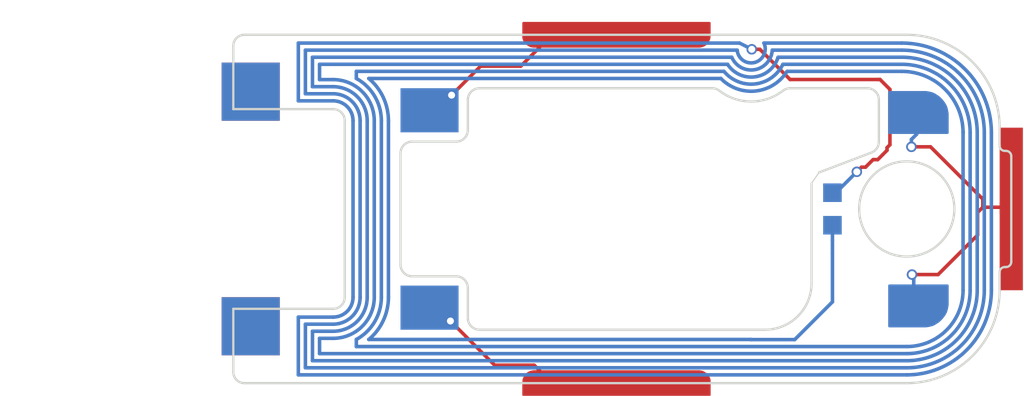
<source format=kicad_pcb>
(kicad_pcb (version 20171130) (host pcbnew "(5.1.5-0-10_14)")

  (general
    (thickness 1.6)
    (drawings 173)
    (tracks 50)
    (zones 0)
    (modules 3)
    (nets 6)
  )

  (page A4)
  (layers
    (0 F.Cu signal)
    (1 In1.Cu signal)
    (2 In2.Cu signal)
    (31 B.Cu signal)
    (32 B.Adhes user)
    (33 F.Adhes user)
    (34 B.Paste user)
    (35 F.Paste user)
    (36 B.SilkS user)
    (37 F.SilkS user)
    (38 B.Mask user)
    (39 F.Mask user)
    (40 Dwgs.User user)
    (41 Cmts.User user)
    (42 Eco1.User user)
    (43 Eco2.User user)
    (44 Edge.Cuts user)
    (45 Margin user)
    (46 B.CrtYd user)
    (47 F.CrtYd user)
    (48 B.Fab user)
    (49 F.Fab user)
  )

  (setup
    (last_trace_width 0.15)
    (user_trace_width 0.127)
    (user_trace_width 0.1524)
    (user_trace_width 0.25)
    (user_trace_width 0.4)
    (user_trace_width 0.127)
    (user_trace_width 0.1524)
    (trace_clearance 0.15)
    (zone_clearance 0.508)
    (zone_45_only no)
    (trace_min 0.127)
    (via_size 0.45)
    (via_drill 0.3)
    (via_min_size 0.45)
    (via_min_drill 0.3)
    (user_via 0.35 0.2)
    (user_via 0.45 0.3)
    (uvia_size 0.3)
    (uvia_drill 0.1)
    (uvias_allowed no)
    (uvia_min_size 0.2)
    (uvia_min_drill 0.1)
    (edge_width 0.05)
    (segment_width 0.15)
    (pcb_text_width 0.3)
    (pcb_text_size 1.5 1.5)
    (mod_edge_width 0.12)
    (mod_text_size 1 1)
    (mod_text_width 0.15)
    (pad_size 2.5 1.9)
    (pad_drill 0)
    (pad_to_mask_clearance 0.051)
    (solder_mask_min_width 0.25)
    (aux_axis_origin 0 0)
    (grid_origin 131.9 62.8)
    (visible_elements FFFFFF7F)
    (pcbplotparams
      (layerselection 0x010fc_ffffffff)
      (usegerberextensions false)
      (usegerberattributes false)
      (usegerberadvancedattributes false)
      (creategerberjobfile false)
      (excludeedgelayer true)
      (linewidth 0.100000)
      (plotframeref false)
      (viasonmask false)
      (mode 1)
      (useauxorigin false)
      (hpglpennumber 1)
      (hpglpenspeed 20)
      (hpglpendiameter 15.000000)
      (psnegative false)
      (psa4output false)
      (plotreference true)
      (plotvalue true)
      (plotinvisibletext false)
      (padsonsilk false)
      (subtractmaskfromsilk false)
      (outputformat 1)
      (mirror false)
      (drillshape 0)
      (scaleselection 1)
      (outputdirectory "gerbers"))
  )

  (net 0 "")
  (net 1 "Net-(TOP1-Pad6)")
  (net 2 "Net-(TOP1-Pad9)")
  (net 3 "Net-(TOP1-Pad5)")
  (net 4 "Net-(AE1-Pad2)")
  (net 5 "Net-(AE1-Pad1)")

  (net_class Default "This is the default net class."
    (clearance 0.15)
    (trace_width 0.15)
    (via_dia 0.45)
    (via_drill 0.3)
    (uvia_dia 0.3)
    (uvia_drill 0.1)
    (add_net "Net-(AE1-Pad1)")
    (add_net "Net-(AE1-Pad2)")
    (add_net "Net-(TOP1-Pad5)")
    (add_net "Net-(TOP1-Pad6)")
    (add_net "Net-(TOP1-Pad9)")
  )

  (module solo:c-plating (layer F.Cu) (tedit 5DFEA705) (tstamp 5DFF0A9E)
    (at 116.9 53.35)
    (fp_text reference REF** (at 2.15 -4.05) (layer F.SilkS) hide
      (effects (font (size 1 1) (thickness 0.15)))
    )
    (fp_text value c-plating (at 3.55 -3) (layer F.Fab)
      (effects (font (size 1 1) (thickness 0.15)))
    )
    (pad 1 smd rect (at -0.15 10.2) (size 2.5 2.5) (layers B.Cu B.Mask))
    (pad 1 smd rect (at -0.15 0.1) (size 2.5 2.5) (layers B.Cu B.Mask))
    (pad 2 smd rect (at -0.15 10.2) (size 2.5 2.5) (layers F.Cu F.Mask))
    (pad 1 smd rect (at -0.15 0.1) (size 2.5 2.5) (layers F.Cu F.Mask))
  )

  (module solo:side_buttons (layer B.Cu) (tedit 5DEBF8A1) (tstamp 5DEFEE32)
    (at 149.525 58.075)
    (path /5E0D0A3F)
    (attr smd)
    (fp_text reference caps1 (at -10.375 -1.75) (layer F.Fab) hide
      (effects (font (size 1 1) (thickness 0.15)))
    )
    (fp_text value side_buttons (at -6.9 4.8) (layer F.Fab)
      (effects (font (size 1 1) (thickness 0.15)))
    )
    (fp_poly (pts (xy -13.02 7.8) (xy -13.03 7.76) (xy -13.05 7.7) (xy -13.08 7.65)
      (xy -13.12 7.59) (xy -13.16 7.55) (xy -13.21 7.51) (xy -13.28 7.47)
      (xy -13.34 7.44) (xy -13.39 7.43) (xy -13.45 7.42) (xy -20.59 7.42)
      (xy -20.66 7.43) (xy -20.73 7.45) (xy -20.78 7.47) (xy -20.83 7.5)
      (xy -20.87 7.53) (xy -20.94 7.6) (xy -20.99 7.7) (xy -21.02 7.78)
      (xy -21.03 7.92) (xy -21.03 8.43) (xy -13.02 8.43)) (layer F.Mask) (width 0.1))
    (fp_poly (pts (xy -21.03 -6.95) (xy -21.02 -6.91) (xy -21 -6.85) (xy -20.97 -6.8)
      (xy -20.93 -6.74) (xy -20.89 -6.7) (xy -20.84 -6.66) (xy -20.77 -6.62)
      (xy -20.71 -6.59) (xy -20.66 -6.58) (xy -20.6 -6.57) (xy -13.46 -6.57)
      (xy -13.39 -6.58) (xy -13.32 -6.6) (xy -13.27 -6.62) (xy -13.22 -6.65)
      (xy -13.18 -6.68) (xy -13.11 -6.75) (xy -13.06 -6.85) (xy -13.03 -6.93)
      (xy -13.02 -7.07) (xy -13.02 -7.58) (xy -21.03 -7.58)) (layer F.Mask) (width 0.1))
    (fp_poly (pts (xy -21.03 -6.95) (xy -21.02 -6.91) (xy -21 -6.85) (xy -20.97 -6.8)
      (xy -20.93 -6.74) (xy -20.89 -6.7) (xy -20.84 -6.66) (xy -20.77 -6.62)
      (xy -20.71 -6.59) (xy -20.66 -6.58) (xy -20.6 -6.57) (xy -13.46 -6.57)
      (xy -13.39 -6.58) (xy -13.32 -6.6) (xy -13.27 -6.62) (xy -13.22 -6.65)
      (xy -13.18 -6.68) (xy -13.11 -6.75) (xy -13.06 -6.85) (xy -13.03 -6.93)
      (xy -13.02 -7.07) (xy -13.02 -7.58) (xy -21.03 -7.58)) (layer F.Cu) (width 0.1))
    (fp_poly (pts (xy -13.02 7.8) (xy -13.03 7.76) (xy -13.05 7.7) (xy -13.08 7.65)
      (xy -13.12 7.59) (xy -13.16 7.55) (xy -13.21 7.51) (xy -13.28 7.47)
      (xy -13.34 7.44) (xy -13.39 7.43) (xy -13.45 7.42) (xy -20.59 7.42)
      (xy -20.66 7.43) (xy -20.73 7.45) (xy -20.78 7.47) (xy -20.83 7.5)
      (xy -20.87 7.53) (xy -20.94 7.6) (xy -20.99 7.7) (xy -21.02 7.78)
      (xy -21.03 7.92) (xy -21.03 8.43) (xy -13.02 8.43)) (layer F.Cu) (width 0.1))
    (pad 3 smd custom (at -0.27 0.38 270) (size 0.5 0.5) (layers F.Cu)
      (net 2 "Net-(TOP1-Pad9)") (solder_mask_margin 0.01) (zone_connect 0)
      (options (clearance outline) (anchor rect))
      (primitives
      ))
    (pad 2 smd custom (at -20.34 -6.78 270) (size 0.5 0.5) (layers F.Cu)
      (net 1 "Net-(TOP1-Pad6)") (solder_mask_margin 0.01) (zone_connect 0)
      (options (clearance outline) (anchor rect))
      (primitives
      ))
    (pad 1 smd custom (at -20.34 7.63 270) (size 0.5 0.5) (layers F.Cu)
      (net 3 "Net-(TOP1-Pad5)") (solder_mask_margin 0.01) (zone_connect 0)
      (options (clearance outline) (anchor rect))
      (primitives
      ))
    (pad 3 smd rect (at -0.025 0.425 270) (size 7 1) (layers F.Cu F.Mask)
      (net 2 "Net-(TOP1-Pad9)") (solder_mask_margin 0.01))
  )

  (module solo:top-C (layer B.Cu) (tedit 5DFE6002) (tstamp 5DFEB40E)
    (at 114.8 58.375)
    (descr "place at (-14.8, 41.375)")
    (path /5DFEBB4F)
    (fp_text reference TOP1 (at -7.05 6.05) (layer B.Fab)
      (effects (font (size 1 1) (thickness 0.01)) (justify mirror))
    )
    (fp_text value TOP_C (at -1.925 5.95) (layer B.Fab)
      (effects (font (size 1 1) (thickness 0.01)) (justify mirror))
    )
    (fp_poly (pts (xy 31.055 -4.9) (xy 31.125 -4.89) (xy 31.155 -4.885) (xy 31.235 -4.865)
      (xy 31.29 -4.85) (xy 31.32 -4.84) (xy 31.36 -4.82) (xy 31.415 -4.79)
      (xy 31.555 -4.7) (xy 31.625 -4.64) (xy 31.715 -4.545) (xy 31.77 -4.475)
      (xy 31.81 -4.42) (xy 31.855 -4.345) (xy 31.885 -4.28) (xy 31.915 -4.19)
      (xy 31.935 -4.09) (xy 31.955 -3.985) (xy 31.955 -3.155) (xy 29.45 -3.155)
      (xy 29.45 -4.905) (xy 31.005 -4.905)) (layer B.Mask) (width 0.1))
    (fp_poly (pts (xy 31.055 5.17) (xy 31.125 5.16) (xy 31.155 5.155) (xy 31.235 5.135)
      (xy 31.29 5.12) (xy 31.32 5.11) (xy 31.36 5.09) (xy 31.415 5.06)
      (xy 31.555 4.97) (xy 31.625 4.91) (xy 31.715 4.815) (xy 31.77 4.745)
      (xy 31.81 4.69) (xy 31.855 4.615) (xy 31.885 4.55) (xy 31.915 4.46)
      (xy 31.935 4.36) (xy 31.955 4.255) (xy 31.955 3.425) (xy 29.45 3.425)
      (xy 29.45 5.175) (xy 31.005 5.175)) (layer B.Mask) (width 0.1))
    (fp_poly (pts (xy 31.055 -4.9) (xy 31.125 -4.89) (xy 31.155 -4.885) (xy 31.235 -4.865)
      (xy 31.29 -4.85) (xy 31.32 -4.84) (xy 31.36 -4.82) (xy 31.415 -4.79)
      (xy 31.555 -4.7) (xy 31.625 -4.64) (xy 31.715 -4.545) (xy 31.77 -4.475)
      (xy 31.81 -4.42) (xy 31.855 -4.345) (xy 31.885 -4.28) (xy 31.915 -4.19)
      (xy 31.935 -4.09) (xy 31.955 -3.985) (xy 31.955 -3.155) (xy 29.45 -3.155)
      (xy 29.45 -4.905) (xy 31.005 -4.905)) (layer B.Cu) (width 0.1))
    (fp_poly (pts (xy 31.055 5.17) (xy 31.125 5.16) (xy 31.155 5.155) (xy 31.235 5.135)
      (xy 31.29 5.12) (xy 31.32 5.11) (xy 31.36 5.09) (xy 31.415 5.06)
      (xy 31.555 4.97) (xy 31.625 4.91) (xy 31.715 4.815) (xy 31.77 4.745)
      (xy 31.81 4.69) (xy 31.855 4.615) (xy 31.885 4.55) (xy 31.915 4.46)
      (xy 31.935 4.36) (xy 31.955 4.255) (xy 31.955 3.425) (xy 29.45 3.425)
      (xy 29.45 5.175) (xy 31.005 5.175)) (layer B.Cu) (width 0.1))
    (pad 9 smd custom (at 31 -3.895) (size 1 0.7) (layers B.Cu B.Paste B.Mask)
      (net 2 "Net-(TOP1-Pad9)") (solder_paste_margin_ratio -0.05) (zone_connect 0)
      (options (clearance outline) (anchor rect))
      (primitives
      ))
    (pad 9 smd custom (at 31.1 4.15) (size 1 0.7) (layers B.Cu B.Paste B.Mask)
      (net 2 "Net-(TOP1-Pad9)") (solder_paste_margin_ratio -0.05) (zone_connect 0)
      (options (clearance outline) (anchor rect))
      (primitives
      ))
    (pad 9 smd rect (at 30.5 -4.045) (size 1 1) (layers B.Cu B.Paste B.Mask)
      (net 2 "Net-(TOP1-Pad9)") (solder_paste_margin_ratio -0.05))
    (pad 5 smd rect (at 9.65 4.375) (size 2.5 1.9) (layers B.Cu B.Paste B.Mask)
      (net 3 "Net-(TOP1-Pad5)") (solder_paste_margin_ratio -0.25))
    (pad 6 smd rect (at 9.65 -4.125) (size 2.5 1.9) (layers B.Cu B.Paste B.Mask)
      (net 1 "Net-(TOP1-Pad6)") (solder_paste_margin_ratio -0.25))
    (pad 7 smd rect (at 27 0.825) (size 0.8 0.8) (layers B.Cu B.Paste B.Mask)
      (net 5 "Net-(AE1-Pad1)") (solder_paste_margin_ratio -0.2))
    (pad 8 smd rect (at 27 -0.575) (size 0.8 0.8) (layers B.Cu B.Paste B.Mask)
      (net 4 "Net-(AE1-Pad2)") (solder_paste_margin_ratio -0.2))
    (pad 9 smd custom (at 30.5 4.3) (size 1 1) (layers B.Cu B.Paste B.Mask)
      (net 2 "Net-(TOP1-Pad9)") (solder_paste_margin_ratio -0.05) (zone_connect 0)
      (options (clearance outline) (anchor rect))
      (primitives
      ))
  )

  (gr_line (start 140.9 57.395105) (end 141.222672 56.927606) (layer Edge.Cuts) (width 0.05) (tstamp 5DFEAED4))
  (gr_arc (start 120.3 62.299999) (end 121.83417 64.1198) (angle -49.86765021) (layer B.Cu) (width 0.1524))
  (gr_line (start 121.83417 64.1198) (end 138.3 64.1198) (layer B.Cu) (width 0.1524))
  (gr_line (start 122.6802 54.7) (end 122.680199 62.3) (layer B.Cu) (width 0.1524))
  (gr_arc (start 120.3 54.699999) (end 122.6802 54.699999) (angle -49.86765021) (layer B.Cu) (width 0.1524))
  (gr_line (start 136.994664 52.880199) (end 121.83417 52.880199) (layer B.Cu) (width 0.1524))
  (gr_arc (start 138.3 51.6062) (end 136.994664 52.880199) (angle -103.59866) (layer B.Cu) (width 0.1524))
  (gr_line (start 144.784461 52.5754) (end 139.845194 52.5754) (layer B.Cu) (width 0.1524))
  (gr_arc (start 144.784473 55.215526) (end 147.4246 55.215526) (angle -90.00027385) (layer B.Cu) (width 0.1524))
  (gr_line (start 147.4246 61.999999) (end 147.4246 55.171576) (layer B.Cu) (width 0.1524))
  (gr_arc (start 145 61.999999) (end 145 64.4246) (angle -90) (layer B.Cu) (width 0.1524))
  (gr_arc (start 120.3 62.299999) (end 121.297804 64.1198) (angle -61.26385234) (layer B.Cu) (width 0.1524))
  (gr_line (start 121.297804 64.4246) (end 145 64.4246) (layer B.Cu) (width 0.1524))
  (gr_line (start 121.297804 64.1198) (end 121.297804 64.4246) (layer B.Cu) (width 0.1524))
  (gr_arc (start 120.3 54.699999) (end 122.375399 54.699999) (angle -61.26385234) (layer B.Cu) (width 0.1524))
  (gr_line (start 122.375399 54.699999) (end 122.375399 62.299999) (layer B.Cu) (width 0.1524))
  (gr_line (start 121.297804 52.575399) (end 121.297804 52.880199) (layer B.Cu) (width 0.1524))
  (gr_arc (start 138.3 51.6062) (end 137.130119 52.5754) (angle -114.4255887) (layer B.Cu) (width 0.1524))
  (gr_arc (start 144.784473 55.215526) (end 147.729399 55.21553) (angle -90.0000935) (layer B.Cu) (width 0.1524))
  (gr_line (start 137.130119 52.575399) (end 121.297804 52.575399) (layer B.Cu) (width 0.1524))
  (gr_line (start 144.784473 52.2706) (end 139.666214 52.2706) (layer B.Cu) (width 0.1524))
  (gr_line (start 147.729399 62) (end 147.729399 55.21553) (layer B.Cu) (width 0.1524))
  (gr_arc (start 145 61.999999) (end 145 64.7294) (angle -90) (layer B.Cu) (width 0.1524))
  (gr_arc (start 120.3 62.299999) (end 120.3 64.070599) (angle -89.99998951) (layer B.Cu) (width 0.1524))
  (gr_arc (start 120.3 54.699999) (end 122.070599 54.699999) (angle -90) (layer B.Cu) (width 0.1524))
  (gr_line (start 119.7144 64.7294) (end 145 64.7294) (layer B.Cu) (width 0.1524))
  (gr_line (start 119.7144 64.0706) (end 119.7144 64.7294) (layer B.Cu) (width 0.1524))
  (gr_line (start 120.3 64.070599) (end 119.7144 64.0706) (layer B.Cu) (width 0.1524))
  (gr_line (start 122.070599 54.699999) (end 122.070599 62.299999) (layer B.Cu) (width 0.1524))
  (gr_line (start 119.7144 52.9294) (end 120.3 52.9294) (layer B.Cu) (width 0.1524))
  (gr_line (start 119.7144 52.2706) (end 119.7144 52.9294) (layer B.Cu) (width 0.1524))
  (gr_arc (start 138.3 51.6062) (end 137.283466 52.2706) (angle -129.6073052) (layer B.Cu) (width 0.1524))
  (gr_arc (start 144.784473 55.215526) (end 148.034199 55.215526) (angle -89.99961615) (layer B.Cu) (width 0.1524))
  (gr_arc (start 145 61.999999) (end 145 65.0342) (angle -90) (layer B.Cu) (width 0.1524))
  (gr_arc (start 120.3 62.299999) (end 120.3 63.765799) (angle -90) (layer B.Cu) (width 0.1524))
  (gr_arc (start 120.3 54.699999) (end 121.765799 54.699999) (angle -90) (layer B.Cu) (width 0.1524))
  (gr_line (start 137.283466 52.2706) (end 119.7144 52.2706) (layer B.Cu) (width 0.1524))
  (gr_line (start 144.784472 51.9658) (end 139.459937 51.9658) (layer B.Cu) (width 0.1524))
  (gr_line (start 148.0342 61.999999) (end 148.034199 55.215526) (layer B.Cu) (width 0.1524))
  (gr_line (start 119.4096 65.0342) (end 145 65.0342) (layer B.Cu) (width 0.1524))
  (gr_line (start 119.4096 63.765799) (end 119.4096 65.0342) (layer B.Cu) (width 0.1524))
  (gr_line (start 120.3 63.765799) (end 119.4096 63.765799) (layer B.Cu) (width 0.1524))
  (gr_line (start 121.765799 54.699999) (end 121.765799 62.299999) (layer B.Cu) (width 0.1524))
  (gr_line (start 119.4096 53.2342) (end 120.3 53.2342) (layer B.Cu) (width 0.1524))
  (gr_line (start 119.4096 51.9658) (end 119.4096 53.2342) (layer B.Cu) (width 0.1524))
  (gr_arc (start 138.3 51.6062) (end 137.4645 51.9658) (angle -153.2589579) (layer B.Cu) (width 0.1524))
  (gr_arc (start 144.784473 55.215526) (end 148.339 55.215526) (angle -90.00022865) (layer B.Cu) (width 0.1524))
  (gr_arc (start 145 61.999999) (end 145 65.339) (angle -90) (layer B.Cu) (width 0.1524))
  (gr_line (start 137.4645 51.9658) (end 119.4096 51.9658) (layer B.Cu) (width 0.1524))
  (gr_line (start 139.207947 51.661) (end 144.784482 51.661) (layer B.Cu) (width 0.1524))
  (gr_line (start 148.339 61.999999) (end 148.339 55.215526) (layer B.Cu) (width 0.1524))
  (gr_arc (start 120.3 62.299999) (end 120.3 63.460999) (angle -90) (layer B.Cu) (width 0.1524))
  (gr_line (start 119.1048 65.339) (end 145 65.339) (layer B.Cu) (width 0.1524))
  (gr_line (start 119.1048 63.460999) (end 119.1048 65.339) (layer B.Cu) (width 0.1524))
  (gr_line (start 120.3 63.460999) (end 119.1048 63.460999) (layer B.Cu) (width 0.1524))
  (gr_line (start 120.3 53.539) (end 119.1048 53.539) (layer B.Cu) (width 0.1524))
  (gr_arc (start 120.3 54.699999) (end 121.460999 54.699999) (angle -90) (layer B.Cu) (width 0.1524))
  (gr_line (start 121.460999 54.699999) (end 121.460999 62.299999) (layer B.Cu) (width 0.1524))
  (gr_line (start 119.1048 51.661) (end 119.1048 53.539) (layer B.Cu) (width 0.1524))
  (gr_arc (start 138.3 51.6062) (end 137.697687 51.661) (angle -199.2174543) (layer B.Cu) (width 0.1524))
  (gr_line (start 137.697687 51.661) (end 119.1048 51.661) (layer B.Cu) (width 0.1524))
  (gr_arc (start 144.784473 55.215526) (end 148.6438 55.215526) (angle -90) (layer B.Cu) (width 0.1524))
  (gr_arc (start 145 61.999999) (end 145 65.6438) (angle -90) (layer B.Cu) (width 0.1524))
  (gr_line (start 144.784473 51.3562) (end 138.850711 51.3562) (layer B.Cu) (width 0.1524))
  (gr_arc (start 120.3 62.299999) (end 120.3 63.156199) (angle -90) (layer B.Cu) (width 0.1524))
  (gr_arc (start 120.3 54.699999) (end 121.156199 54.699999) (angle -90) (layer B.Cu) (width 0.1524))
  (gr_line (start 148.6438 61.999999) (end 148.6438 55.215526) (layer B.Cu) (width 0.1524))
  (gr_line (start 118.8 65.6438) (end 145 65.6438) (layer B.Cu) (width 0.1524))
  (gr_line (start 118.8 63.156199) (end 118.8 65.6438) (layer B.Cu) (width 0.1524))
  (gr_line (start 120.3 63.156199) (end 118.8 63.156199) (layer B.Cu) (width 0.1524))
  (gr_line (start 121.156199 54.699999) (end 121.156199 62.299999) (layer B.Cu) (width 0.1524))
  (gr_line (start 118.8 53.8438) (end 120.3 53.8438) (layer B.Cu) (width 0.1524))
  (gr_line (start 118.8 51.3562) (end 118.8 53.8438) (layer B.Cu) (width 0.1524))
  (gr_line (start 137.8 51.3562) (end 118.8 51.3562) (layer B.Cu) (width 0.1524))
  (gr_line (start 138.3 51.6062) (end 137.8 51.3562) (layer B.Cu) (width 0.1524))
  (gr_line (start 115.5 62.3) (end 115.5 64.8) (layer Eco1.User) (width 0.1))
  (gr_line (start 118 62.3) (end 115.5 62.3) (layer Eco1.User) (width 0.1))
  (gr_line (start 118 64.8) (end 118 62.3) (layer Eco1.User) (width 0.1))
  (gr_line (start 115.5 64.8) (end 118 64.8) (layer Eco1.User) (width 0.1))
  (gr_line (start 118 54.699999) (end 118 52.199999) (layer Eco1.User) (width 0.1))
  (gr_line (start 115.5 54.699999) (end 118 54.699999) (layer Eco1.User) (width 0.1))
  (gr_line (start 115.5 52.199999) (end 115.5 54.699999) (layer Eco1.User) (width 0.1))
  (gr_line (start 118 52.199999) (end 115.5 52.199999) (layer Eco1.User) (width 0.1))
  (gr_arc (start 136.619836 53.799999) (end 136.92532 53.404172) (angle -37.6595652) (layer Edge.Cuts) (width 0.1))
  (gr_arc (start 138.3 51.622949) (end 136.92532 53.404172) (angle -75.31913041) (layer Edge.Cuts) (width 0.1))
  (gr_arc (start 139.980163 53.799999) (end 139.980163 53.3) (angle -37.6595652) (layer Edge.Cuts) (width 0.1))
  (gr_line (start 143.3 53.299999) (end 139.980163 53.3) (layer Edge.Cuts) (width 0.1))
  (gr_arc (start 143.299999 53.799999) (end 143.8 53.799999) (angle -90) (layer Edge.Cuts) (width 0.1))
  (gr_line (start 143.8 55.604894) (end 143.8 53.799999) (layer Edge.Cuts) (width 0.1))
  (gr_arc (start 143.3 55.604894) (end 143.477327 56.072393) (angle -69.22774532) (layer Edge.Cuts) (width 0.1))
  (gr_line (start 141.222672 56.927606) (end 143.477327 56.072393) (layer Edge.Cuts) (width 0.1))
  (gr_line (start 140.9 61.699999) (end 140.9 57.395105) (layer Edge.Cuts) (width 0.1))
  (gr_arc (start 138.9 61.699999) (end 138.9 63.699999) (angle -90) (layer Edge.Cuts) (width 0.1))
  (gr_line (start 126.6 63.699999) (end 138.9 63.699999) (layer Edge.Cuts) (width 0.1))
  (gr_arc (start 126.6 63.199999) (end 126.1 63.199999) (angle -90) (layer Edge.Cuts) (width 0.1))
  (gr_line (start 126.1 61.899999) (end 126.1 63.199999) (layer Edge.Cuts) (width 0.1))
  (gr_arc (start 125.6 61.899999) (end 126.1 61.899999) (angle -90) (layer Edge.Cuts) (width 0.1))
  (gr_line (start 123.699999 61.4) (end 125.6 61.4) (layer Edge.Cuts) (width 0.1))
  (gr_arc (start 123.699999 60.9) (end 123.199999 60.9) (angle -90) (layer Edge.Cuts) (width 0.1))
  (gr_line (start 123.199999 56.1) (end 123.199999 60.9) (layer Edge.Cuts) (width 0.1))
  (gr_arc (start 123.7 56.1) (end 123.7 55.6) (angle -90) (layer Edge.Cuts) (width 0.1))
  (gr_line (start 125.6 55.6) (end 123.7 55.6) (layer Edge.Cuts) (width 0.1))
  (gr_arc (start 125.6 55.1) (end 125.6 55.6) (angle -90) (layer Edge.Cuts) (width 0.1))
  (gr_line (start 126.1 53.8) (end 126.1 55.1) (layer Edge.Cuts) (width 0.1))
  (gr_arc (start 126.6 53.8) (end 126.6 53.3) (angle -90) (layer Edge.Cuts) (width 0.1))
  (gr_line (start 136.619836 53.3) (end 126.6 53.3) (layer Edge.Cuts) (width 0.1))
  (gr_line (start 150 62) (end 150 55) (layer Eco1.User) (width 0.1))
  (gr_line (start 149 62) (end 150 62) (layer Eco1.User) (width 0.1))
  (gr_line (start 149 55) (end 149 62) (layer Eco1.User) (width 0.1))
  (gr_line (start 150 55) (end 149 55) (layer Eco1.User) (width 0.1))
  (gr_arc (start 136.05 65.949999) (end 136.5 65.949999) (angle -90) (layer Eco1.User) (width 0.1))
  (gr_line (start 136.5 66.5) (end 136.5 65.949999) (layer Eco1.User) (width 0.1))
  (gr_line (start 128.5 66.5) (end 136.5 66.5) (layer Eco1.User) (width 0.1))
  (gr_line (start 128.5 65.949999) (end 128.5 66.5) (layer Eco1.User) (width 0.1))
  (gr_arc (start 128.949999 65.949999) (end 128.949999 65.5) (angle -90) (layer Eco1.User) (width 0.1))
  (gr_line (start 136.05 65.5) (end 128.949999 65.5) (layer Eco1.User) (width 0.1))
  (gr_line (start 136.5 51.05) (end 136.5 50.5) (layer Eco1.User) (width 0.1))
  (gr_arc (start 136.05 51.05) (end 136.05 51.499999) (angle -90) (layer Eco1.User) (width 0.1))
  (gr_line (start 128.949999 51.499999) (end 136.05 51.499999) (layer Eco1.User) (width 0.1))
  (gr_arc (start 128.949999 51.05) (end 128.5 51.05) (angle -90) (layer Eco1.User) (width 0.1))
  (gr_line (start 128.5 50.5) (end 128.5 51.05) (layer Eco1.User) (width 0.1))
  (gr_line (start 136.5 50.5) (end 128.5 50.5) (layer Eco1.User) (width 0.1))
  (gr_line (start 142.2 59.599999) (end 142.2 58.799999) (layer Eco1.User) (width 0.1))
  (gr_line (start 141.4 59.599999) (end 142.2 59.599999) (layer Eco1.User) (width 0.1))
  (gr_line (start 141.4 58.799999) (end 141.4 59.599999) (layer Eco1.User) (width 0.1))
  (gr_line (start 142.2 58.799999) (end 141.4 58.799999) (layer Eco1.User) (width 0.1))
  (gr_line (start 142.2 58.199999) (end 142.2 57.399999) (layer Eco1.User) (width 0.1))
  (gr_line (start 141.4 58.199999) (end 142.2 58.199999) (layer Eco1.User) (width 0.1))
  (gr_line (start 141.4 57.399999) (end 141.4 58.199999) (layer Eco1.User) (width 0.1))
  (gr_line (start 142.2 57.399999) (end 141.4 57.399999) (layer Eco1.User) (width 0.1))
  (gr_line (start 125.699999 63.699999) (end 125.699999 61.8) (layer Eco1.User) (width 0.1))
  (gr_line (start 123.199999 63.699999) (end 125.699999 63.699999) (layer Eco1.User) (width 0.1))
  (gr_line (start 123.199999 61.8) (end 123.199999 63.699999) (layer Eco1.User) (width 0.1))
  (gr_line (start 125.699999 61.8) (end 123.199999 61.8) (layer Eco1.User) (width 0.1))
  (gr_line (start 125.699999 55.2) (end 125.699999 53.3) (layer Eco1.User) (width 0.1))
  (gr_line (start 123.199999 55.2) (end 125.699999 55.2) (layer Eco1.User) (width 0.1))
  (gr_line (start 123.199999 53.3) (end 123.199999 55.2) (layer Eco1.User) (width 0.1))
  (gr_line (start 125.699999 53.3) (end 123.199999 53.3) (layer Eco1.User) (width 0.1))
  (gr_line (start 146.75 62.549999) (end 146.75 61.8) (layer Eco1.User) (width 0.1))
  (gr_arc (start 145.75 62.549999) (end 145.75 63.549999) (angle -90) (layer Eco1.User) (width 0.1))
  (gr_line (start 144.249999 63.55) (end 145.75 63.549999) (layer Eco1.User) (width 0.1))
  (gr_line (start 144.25 61.8) (end 144.249999 63.55) (layer Eco1.User) (width 0.1))
  (gr_line (start 146.75 61.8) (end 144.25 61.8) (layer Eco1.User) (width 0.1))
  (gr_arc (start 145.75 54.45) (end 146.75 54.45) (angle -90) (layer Eco1.User) (width 0.1))
  (gr_line (start 146.75 55.199999) (end 146.75 54.45) (layer Eco1.User) (width 0.1))
  (gr_line (start 144.25 55.2) (end 146.75 55.199999) (layer Eco1.User) (width 0.1))
  (gr_line (start 144.25 53.449999) (end 144.25 55.2) (layer Eco1.User) (width 0.1))
  (gr_line (start 145.75 53.45) (end 144.25 53.449999) (layer Eco1.User) (width 0.1))
  (gr_arc (start 120.3 62.299999) (end 120.3 62.799999) (angle -90) (layer Edge.Cuts) (width 0.1))
  (gr_arc (start 120.3 54.699999) (end 120.8 54.699999) (angle -90) (layer Edge.Cuts) (width 0.1))
  (gr_line (start 120.8 54.699999) (end 120.8 62.299999) (layer Edge.Cuts) (width 0.1))
  (gr_line (start 116 62.8) (end 116 65) (layer Edge.Cuts) (width 0.1))
  (gr_line (start 120.3 62.799999) (end 116 62.8) (layer Edge.Cuts) (width 0.1))
  (gr_line (start 116 54.2) (end 120.3 54.199999) (layer Edge.Cuts) (width 0.1))
  (gr_line (start 116 51.999999) (end 116 54.2) (layer Edge.Cuts) (width 0.1))
  (gr_circle (center 145 58.5) (end 147.05 58.5) (layer Edge.Cuts) (width 0.1))
  (gr_arc (start 149.225 61.224999) (end 149.225 60.999999) (angle -90) (layer Edge.Cuts) (width 0.1))
  (gr_arc (start 149.275 60.774999) (end 149.275 60.999999) (angle -90) (layer Edge.Cuts) (width 0.1))
  (gr_arc (start 149.275 56.224999) (end 149.5 56.224999) (angle -90) (layer Edge.Cuts) (width 0.1))
  (gr_arc (start 149.225 55.775) (end 149 55.775) (angle -90) (layer Edge.Cuts) (width 0.1))
  (gr_line (start 149.275 60.999999) (end 149.225 60.999999) (layer Edge.Cuts) (width 0.1))
  (gr_line (start 149.5 56.224999) (end 149.5 60.774999) (layer Edge.Cuts) (width 0.1))
  (gr_line (start 149.225 56) (end 149.275 56) (layer Edge.Cuts) (width 0.1))
  (gr_line (start 149 62) (end 149 61.224999) (layer Edge.Cuts) (width 0.1))
  (gr_line (start 149 55) (end 149 55.775) (layer Edge.Cuts) (width 0.1))
  (gr_arc (start 145 61.999999) (end 145 65.999999) (angle -90) (layer Edge.Cuts) (width 0.1))
  (gr_arc (start 145 55) (end 149 55) (angle -90) (layer Edge.Cuts) (width 0.1))
  (gr_arc (start 116.48 65.519999) (end 116 65.519999) (angle -90) (layer Edge.Cuts) (width 0.1))
  (gr_arc (start 116.48 51.48) (end 116.48 51) (angle -90) (layer Edge.Cuts) (width 0.1))
  (gr_line (start 116 65.519999) (end 116 65) (layer Edge.Cuts) (width 0.1))
  (gr_line (start 116 51.48) (end 116 51.999999) (layer Edge.Cuts) (width 0.1))
  (gr_line (start 145 66) (end 116.48 66) (layer Edge.Cuts) (width 0.1))
  (gr_line (start 116.48 51) (end 145 51) (layer Edge.Cuts) (width 0.1))

  (segment (start 129.185 51.545) (end 128.38 52.35) (width 0.15) (layer F.Cu) (net 1))
  (segment (start 129.185 51.295) (end 129.185 51.545) (width 0.15) (layer F.Cu) (net 1))
  (via (at 125.4 53.6) (size 0.45) (drill 0.3) (layers F.Cu B.Cu) (net 1))
  (segment (start 126.65 52.35) (end 125.4 53.6) (width 0.15) (layer F.Cu) (net 1))
  (segment (start 128.38 52.35) (end 126.65 52.35) (width 0.15) (layer F.Cu) (net 1))
  (via (at 145.225 61.325) (size 0.45) (drill 0.3) (layers F.Cu B.Cu) (net 2))
  (segment (start 145.3 61.4) (end 145.225 61.325) (width 0.1524) (layer B.Cu) (net 2))
  (segment (start 145.3 62.675) (end 145.3 61.4) (width 0.1524) (layer B.Cu) (net 2))
  (segment (start 145.225 61.325) (end 146.35 61.325) (width 0.1524) (layer F.Cu) (net 2))
  (segment (start 146.35 61.325) (end 148.05 59.625) (width 0.1524) (layer F.Cu) (net 2))
  (segment (start 148.05 59.625) (end 148.05 58.65) (width 0.1524) (layer F.Cu) (net 2))
  (segment (start 148.05 58.65) (end 148.275 58.425) (width 0.1524) (layer F.Cu) (net 2))
  (segment (start 148.275 58.425) (end 149.22379 58.425) (width 0.1524) (layer F.Cu) (net 2))
  (segment (start 148.275 58.425) (end 148.275 58.075) (width 0.1524) (layer F.Cu) (net 2))
  (via (at 145.2 55.825) (size 0.45) (drill 0.3) (layers F.Cu B.Cu) (net 2))
  (segment (start 146.025 55.825) (end 145.2 55.825) (width 0.1524) (layer F.Cu) (net 2))
  (segment (start 148.275 58.075) (end 146.025 55.825) (width 0.1524) (layer F.Cu) (net 2))
  (segment (start 145.2 55.506802) (end 145.425 55.281802) (width 0.1524) (layer B.Cu) (net 2))
  (segment (start 145.2 55.825) (end 145.2 55.506802) (width 0.1524) (layer B.Cu) (net 2))
  (segment (start 145.425 55.281802) (end 145.425 54.5) (width 0.1524) (layer B.Cu) (net 2))
  (segment (start 145.4 62.525) (end 145.375 62.55) (width 0.1524) (layer B.Cu) (net 2))
  (segment (start 145.9 62.525) (end 145.4 62.525) (width 0.1524) (layer B.Cu) (net 2))
  (segment (start 129.185 65.455) (end 128.955 65.225) (width 0.15) (layer F.Cu) (net 3))
  (segment (start 129.185 65.705) (end 129.185 65.455) (width 0.15) (layer F.Cu) (net 3))
  (via (at 125.35 63.325) (size 0.45) (drill 0.3) (layers F.Cu B.Cu) (net 3))
  (segment (start 127.25 65.225) (end 125.35 63.325) (width 0.15) (layer F.Cu) (net 3))
  (segment (start 128.955 65.225) (end 127.25 65.225) (width 0.15) (layer F.Cu) (net 3))
  (via (at 138.325 51.625) (size 0.45) (drill 0.3) (layers F.Cu B.Cu) (net 4))
  (segment (start 138.325 51.625) (end 138.675 51.625) (width 0.1524) (layer F.Cu) (net 4))
  (segment (start 138.675 51.625) (end 139.975 52.925) (width 0.1524) (layer F.Cu) (net 4))
  (segment (start 139.975 52.925) (end 143.75 52.925) (width 0.1524) (layer F.Cu) (net 4))
  (segment (start 143.75 52.925) (end 143.85 52.925) (width 0.1524) (layer F.Cu) (net 4))
  (segment (start 143.85 52.925) (end 144.275 53.35) (width 0.1524) (layer F.Cu) (net 4))
  (segment (start 144.275 55.735694) (end 144.15 55.860694) (width 0.1524) (layer F.Cu) (net 4))
  (segment (start 144.275 53.35) (end 144.275 55.735694) (width 0.1524) (layer F.Cu) (net 4))
  (segment (start 144.15 55.860694) (end 144.15 55.975) (width 0.1524) (layer F.Cu) (net 4))
  (segment (start 144.15 55.975) (end 143.75 56.375) (width 0.1524) (layer F.Cu) (net 4))
  (segment (start 143.75 56.375) (end 143.55 56.375) (width 0.1524) (layer F.Cu) (net 4))
  (segment (start 143.55 56.375) (end 143.225 56.7) (width 0.1524) (layer F.Cu) (net 4))
  (via (at 142.85 56.9) (size 0.45) (drill 0.3) (layers F.Cu B.Cu) (net 4))
  (segment (start 143.05 56.7) (end 142.85 56.9) (width 0.1524) (layer F.Cu) (net 4))
  (segment (start 143.225 56.7) (end 143.05 56.7) (width 0.1524) (layer F.Cu) (net 4))
  (segment (start 142.3 57.45) (end 142.825 56.925) (width 0.1524) (layer B.Cu) (net 4))
  (segment (start 141.95 57.8) (end 142.3 57.45) (width 0.1524) (layer B.Cu) (net 4))
  (segment (start 141.8 57.8) (end 141.95 57.8) (width 0.1524) (layer B.Cu) (net 4))
  (segment (start 138.275 64.125) (end 140.175 64.125) (width 0.1524) (layer B.Cu) (net 5))
  (segment (start 141.8 62.5) (end 141.8 60.425) (width 0.1524) (layer B.Cu) (net 5))
  (segment (start 140.175 64.125) (end 141.8 62.5) (width 0.1524) (layer B.Cu) (net 5))
  (segment (start 141.8 59.8476) (end 141.8 60.4) (width 0.1524) (layer B.Cu) (net 5))
  (segment (start 141.8 59.8476) (end 141.8 59.25) (width 0.1524) (layer B.Cu) (net 5))

)

</source>
